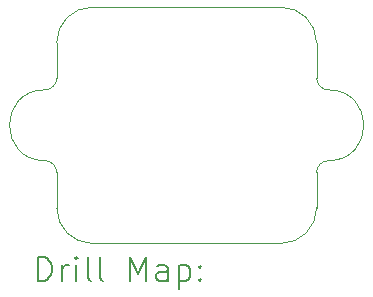
<source format=gbr>
%TF.GenerationSoftware,KiCad,Pcbnew,7.0.1*%
%TF.CreationDate,2023-06-28T22:55:49+01:00*%
%TF.ProjectId,Motor Encoder Board,4d6f746f-7220-4456-9e63-6f6465722042,rev?*%
%TF.SameCoordinates,Original*%
%TF.FileFunction,Drillmap*%
%TF.FilePolarity,Positive*%
%FSLAX45Y45*%
G04 Gerber Fmt 4.5, Leading zero omitted, Abs format (unit mm)*
G04 Created by KiCad (PCBNEW 7.0.1) date 2023-06-28 22:55:49*
%MOMM*%
%LPD*%
G01*
G04 APERTURE LIST*
%ADD10C,0.100000*%
%ADD11C,0.200000*%
G04 APERTURE END LIST*
D10*
X10900000Y-7100000D02*
X12500000Y-7100000D01*
X10600000Y-6800000D02*
X10600000Y-6500000D01*
X10600000Y-5400000D02*
X10600000Y-5700000D01*
X12500000Y-5100000D02*
X10900000Y-5100000D01*
X12800000Y-5700000D02*
X12800000Y-5400000D01*
X12800000Y-6800000D02*
X12800000Y-6500000D01*
X12500000Y-7100000D02*
G75*
G03*
X12800000Y-6800000I0J300000D01*
G01*
X10600000Y-6800000D02*
G75*
G03*
X10900000Y-7100000I300000J0D01*
G01*
X10900000Y-5100000D02*
G75*
G03*
X10600000Y-5400000I0J-300000D01*
G01*
X12800000Y-5400000D02*
G75*
G03*
X12500000Y-5100000I-300000J0D01*
G01*
X12800000Y-5700000D02*
G75*
G03*
X12900000Y-5800000I100000J0D01*
G01*
X12900000Y-6400000D02*
G75*
G03*
X12800000Y-6500000I0J-100000D01*
G01*
X10600000Y-6500000D02*
G75*
G03*
X10500000Y-6400000I-100000J0D01*
G01*
X10500000Y-5800000D02*
G75*
G03*
X10600000Y-5700000I0J100000D01*
G01*
X10500000Y-5800000D02*
G75*
G03*
X10500000Y-6400000I0J-300000D01*
G01*
X12900000Y-6400000D02*
G75*
G03*
X12900000Y-5800000I0J300000D01*
G01*
D11*
X10442619Y-7417524D02*
X10442619Y-7217524D01*
X10442619Y-7217524D02*
X10490238Y-7217524D01*
X10490238Y-7217524D02*
X10518810Y-7227048D01*
X10518810Y-7227048D02*
X10537857Y-7246095D01*
X10537857Y-7246095D02*
X10547381Y-7265143D01*
X10547381Y-7265143D02*
X10556905Y-7303238D01*
X10556905Y-7303238D02*
X10556905Y-7331809D01*
X10556905Y-7331809D02*
X10547381Y-7369905D01*
X10547381Y-7369905D02*
X10537857Y-7388952D01*
X10537857Y-7388952D02*
X10518810Y-7408000D01*
X10518810Y-7408000D02*
X10490238Y-7417524D01*
X10490238Y-7417524D02*
X10442619Y-7417524D01*
X10642619Y-7417524D02*
X10642619Y-7284190D01*
X10642619Y-7322286D02*
X10652143Y-7303238D01*
X10652143Y-7303238D02*
X10661667Y-7293714D01*
X10661667Y-7293714D02*
X10680714Y-7284190D01*
X10680714Y-7284190D02*
X10699762Y-7284190D01*
X10766429Y-7417524D02*
X10766429Y-7284190D01*
X10766429Y-7217524D02*
X10756905Y-7227048D01*
X10756905Y-7227048D02*
X10766429Y-7236571D01*
X10766429Y-7236571D02*
X10775952Y-7227048D01*
X10775952Y-7227048D02*
X10766429Y-7217524D01*
X10766429Y-7217524D02*
X10766429Y-7236571D01*
X10890238Y-7417524D02*
X10871190Y-7408000D01*
X10871190Y-7408000D02*
X10861667Y-7388952D01*
X10861667Y-7388952D02*
X10861667Y-7217524D01*
X10995000Y-7417524D02*
X10975952Y-7408000D01*
X10975952Y-7408000D02*
X10966429Y-7388952D01*
X10966429Y-7388952D02*
X10966429Y-7217524D01*
X11223571Y-7417524D02*
X11223571Y-7217524D01*
X11223571Y-7217524D02*
X11290238Y-7360381D01*
X11290238Y-7360381D02*
X11356905Y-7217524D01*
X11356905Y-7217524D02*
X11356905Y-7417524D01*
X11537857Y-7417524D02*
X11537857Y-7312762D01*
X11537857Y-7312762D02*
X11528333Y-7293714D01*
X11528333Y-7293714D02*
X11509286Y-7284190D01*
X11509286Y-7284190D02*
X11471190Y-7284190D01*
X11471190Y-7284190D02*
X11452143Y-7293714D01*
X11537857Y-7408000D02*
X11518809Y-7417524D01*
X11518809Y-7417524D02*
X11471190Y-7417524D01*
X11471190Y-7417524D02*
X11452143Y-7408000D01*
X11452143Y-7408000D02*
X11442619Y-7388952D01*
X11442619Y-7388952D02*
X11442619Y-7369905D01*
X11442619Y-7369905D02*
X11452143Y-7350857D01*
X11452143Y-7350857D02*
X11471190Y-7341333D01*
X11471190Y-7341333D02*
X11518809Y-7341333D01*
X11518809Y-7341333D02*
X11537857Y-7331809D01*
X11633095Y-7284190D02*
X11633095Y-7484190D01*
X11633095Y-7293714D02*
X11652143Y-7284190D01*
X11652143Y-7284190D02*
X11690238Y-7284190D01*
X11690238Y-7284190D02*
X11709286Y-7293714D01*
X11709286Y-7293714D02*
X11718809Y-7303238D01*
X11718809Y-7303238D02*
X11728333Y-7322286D01*
X11728333Y-7322286D02*
X11728333Y-7379428D01*
X11728333Y-7379428D02*
X11718809Y-7398476D01*
X11718809Y-7398476D02*
X11709286Y-7408000D01*
X11709286Y-7408000D02*
X11690238Y-7417524D01*
X11690238Y-7417524D02*
X11652143Y-7417524D01*
X11652143Y-7417524D02*
X11633095Y-7408000D01*
X11814048Y-7398476D02*
X11823571Y-7408000D01*
X11823571Y-7408000D02*
X11814048Y-7417524D01*
X11814048Y-7417524D02*
X11804524Y-7408000D01*
X11804524Y-7408000D02*
X11814048Y-7398476D01*
X11814048Y-7398476D02*
X11814048Y-7417524D01*
X11814048Y-7293714D02*
X11823571Y-7303238D01*
X11823571Y-7303238D02*
X11814048Y-7312762D01*
X11814048Y-7312762D02*
X11804524Y-7303238D01*
X11804524Y-7303238D02*
X11814048Y-7293714D01*
X11814048Y-7293714D02*
X11814048Y-7312762D01*
M02*

</source>
